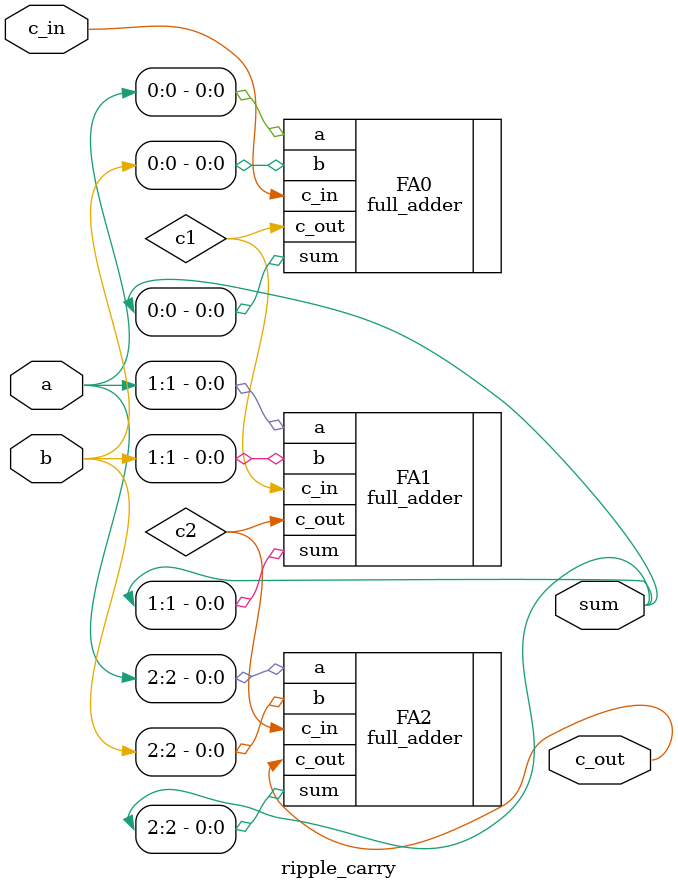
<source format=sv>
module ripple_carry (
    input  logic [2:0] a,
    input  logic [2:0] b,
    input  logic       c_in,
    output logic [2:0] sum,
    output logic       c_out
);

    logic c1, c2;

    full_adder FA0 (
        .a(a[0]),
        .b(b[0]),
        .c_in(c_in),
        .sum(sum[0]),
        .c_out(c1)
    );

    full_adder FA1 (
        .a(a[1]),
        .b(b[1]),
        .c_in(c1),
        .sum(sum[1]),
        .c_out(c2)
    );

    full_adder FA2 (
        .a(a[2]),
        .b(b[2]),
        .c_in(c2),
        .sum(sum[2]),
        .c_out(c_out)
    );

endmodule


</source>
